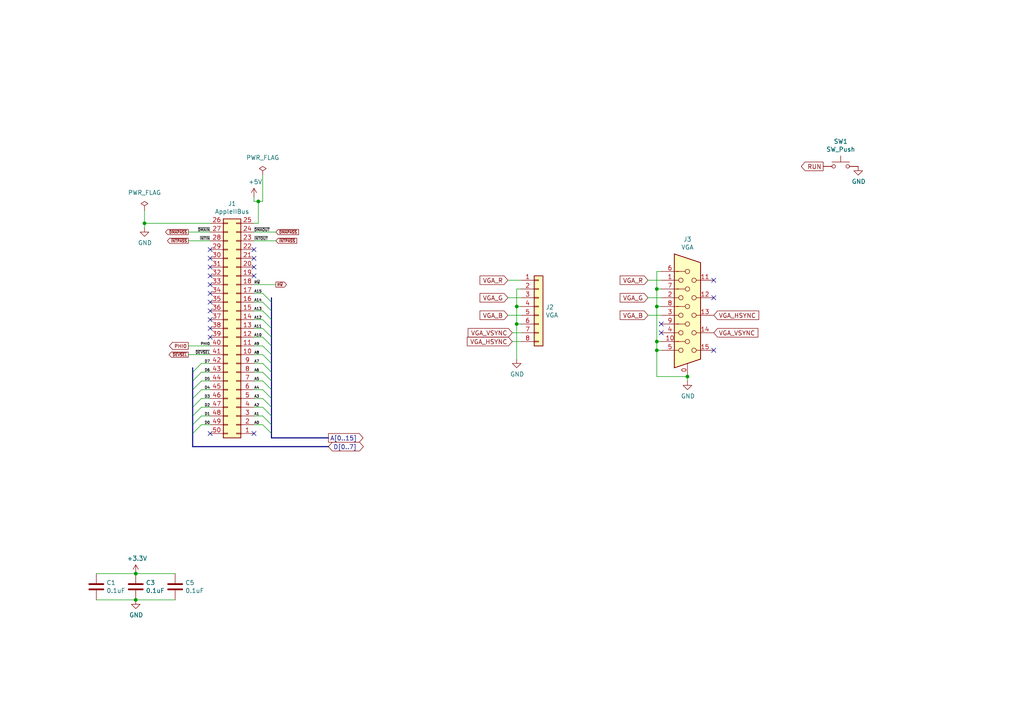
<source format=kicad_sch>
(kicad_sch (version 20211123) (generator eeschema)
  (paper "A4")
  (title_block (title "Apple II VGA Card") (date "2022-09-08") (rev "A") (comment 1 "Licensed under CERN-OHL-P V2.0 (https://ohwr.org/cern_ohl_p_v2.txt)") (comment 2 "Copyright (c) 2021-2022 Mark Aikens"))
  (lib_symbols
    (symbol "Connector:DB15_Female_HighDensity_MountingHoles" (pin_names (offset 1.016) hide)
      (property "Reference" "J" (at 0 21.59 0))
      (property "Value" "DB15_Female_HighDensity_MountingHoles" (at 0 19.05 0))
      (symbol "DB15_Female_HighDensity_MountingHoles_0_1"
        (circle (center -1.905 -10.16) (radius 0.635))
        (circle (center -1.905 -5.08) (radius 0.635))
        (circle (center -1.905 0) (radius 0.635))
        (circle (center -1.905 5.08) (radius 0.635))
        (circle (center -1.905 10.16) (radius 0.635))
        (circle (center 0 -7.62) (radius 0.635))
        (circle (center 0 -2.54) (radius 0.635))
        (polyline (pts (xy -3.175 7.62) (xy -0.635 7.62)))
        (polyline (pts (xy -0.635 -7.62) (xy -3.175 -7.62)))
        (polyline (pts (xy -0.635 -2.54) (xy -3.175 -2.54)))
        (polyline (pts (xy -0.635 2.54) (xy -3.175 2.54)))
        (polyline (pts (xy -0.635 12.7) (xy -3.175 12.7)))
        (polyline (pts (xy -3.81 17.78) (xy -3.81 -15.24) (xy 3.81 -12.7) (xy 3.81 15.24) (xy -3.81 17.78)) (stroke (width 0.254)) (fill (type background)))
        (circle (center 0 2.54) (radius 0.635))
        (circle (center 0 7.62) (radius 0.635))
        (circle (center 0 12.7) (radius 0.635))
        (circle (center 1.905 -10.16) (radius 0.635))
        (circle (center 1.905 -5.08) (radius 0.635))
        (circle (center 1.905 0) (radius 0.635))
        (circle (center 1.905 5.08) (radius 0.635))
        (circle (center 1.905 10.16) (radius 0.635))
      )
      (symbol "DB15_Female_HighDensity_MountingHoles_1_1"
        (pin passive line (at 0 -17.78 90) (length 3.81) (name "~") (number "0"))
        (pin passive line (at -7.62 10.16 0) (length 5.08) (name "~") (number "1"))
        (pin passive line (at -7.62 -7.62 0) (length 5.08) (name "~") (number "10"))
        (pin passive line (at 7.62 10.16 180) (length 5.08) (name "~") (number "11"))
        (pin passive line (at 7.62 5.08 180) (length 5.08) (name "~") (number "12"))
        (pin passive line (at 7.62 0 180) (length 5.08) (name "~") (number "13"))
        (pin passive line (at 7.62 -5.08 180) (length 5.08) (name "~") (number "14"))
        (pin passive line (at 7.62 -10.16 180) (length 5.08) (name "~") (number "15"))
        (pin passive line (at -7.62 5.08 0) (length 5.08) (name "~") (number "2"))
        (pin passive line (at -7.62 0 0) (length 5.08) (name "~") (number "3"))
        (pin passive line (at -7.62 -5.08 0) (length 5.08) (name "~") (number "4"))
        (pin passive line (at -7.62 -10.16 0) (length 5.08) (name "~") (number "5"))
        (pin passive line (at -7.62 12.7 0) (length 5.08) (name "~") (number "6"))
        (pin passive line (at -7.62 7.62 0) (length 5.08) (name "~") (number "7"))
        (pin passive line (at -7.62 2.54 0) (length 5.08) (name "~") (number "8"))
        (pin passive line (at -7.62 -2.54 0) (length 5.08) (name "~") (number "9"))
      )
    )
    (symbol "Connector_Generic:Conn_01x08" (pin_names (offset 1.016) hide)
      (property "Reference" "J" (at 0 10.16 0))
      (property "Value" "Conn_01x08" (at 0 -12.7 0))
      (symbol "Conn_01x08_1_1"
        (rectangle (start -1.27 -10.033) (end 0 -10.287) (stroke (width 0.1524)))
        (rectangle (start -1.27 -7.493) (end 0 -7.747) (stroke (width 0.1524)))
        (rectangle (start -1.27 -4.953) (end 0 -5.207) (stroke (width 0.1524)))
        (rectangle (start -1.27 -2.413) (end 0 -2.667) (stroke (width 0.1524)))
        (rectangle (start -1.27 0.127) (end 0 -0.127) (stroke (width 0.1524)))
        (rectangle (start -1.27 2.667) (end 0 2.413) (stroke (width 0.1524)))
        (rectangle (start -1.27 5.207) (end 0 4.953) (stroke (width 0.1524)))
        (rectangle (start -1.27 7.747) (end 0 7.493) (stroke (width 0.1524)))
        (rectangle (start -1.27 8.89) (end 1.27 -11.43) (stroke (width 0.254)) (fill (type background)))
        (pin passive line (at -5.08 7.62 0) (length 3.81) (name "Pin_1") (number "1"))
        (pin passive line (at -5.08 5.08 0) (length 3.81) (name "Pin_2") (number "2"))
        (pin passive line (at -5.08 2.54 0) (length 3.81) (name "Pin_3") (number "3"))
        (pin passive line (at -5.08 0 0) (length 3.81) (name "Pin_4") (number "4"))
        (pin passive line (at -5.08 -2.54 0) (length 3.81) (name "Pin_5") (number "5"))
        (pin passive line (at -5.08 -5.08 0) (length 3.81) (name "Pin_6") (number "6"))
        (pin passive line (at -5.08 -7.62 0) (length 3.81) (name "Pin_7") (number "7"))
        (pin passive line (at -5.08 -10.16 0) (length 3.81) (name "Pin_8") (number "8"))
      )
    )
    (symbol "Connector_Generic:Conn_02x25_Counter_Clockwise" (pin_names (offset 1.016) hide)
      (property "Reference" "J" (at 1.27 33.02 0))
      (property "Value" "Conn_02x25_Counter_Clockwise" (at 1.27 -33.02 0))
      (symbol "Conn_02x25_Counter_Clockwise_1_1"
        (rectangle (start -1.27 -30.353) (end 0 -30.607) (stroke (width 0.1524)))
        (rectangle (start -1.27 -27.813) (end 0 -28.067) (stroke (width 0.1524)))
        (rectangle (start -1.27 -25.273) (end 0 -25.527) (stroke (width 0.1524)))
        (rectangle (start -1.27 -22.733) (end 0 -22.987) (stroke (width 0.1524)))
        (rectangle (start -1.27 -20.193) (end 0 -20.447) (stroke (width 0.1524)))
        (rectangle (start -1.27 -17.653) (end 0 -17.907) (stroke (width 0.1524)))
        (rectangle (start -1.27 -15.113) (end 0 -15.367) (stroke (width 0.1524)))
        (rectangle (start -1.27 -12.573) (end 0 -12.827) (stroke (width 0.1524)))
        (rectangle (start -1.27 -10.033) (end 0 -10.287) (stroke (width 0.1524)))
        (rectangle (start -1.27 -7.493) (end 0 -7.747) (stroke (width 0.1524)))
        (rectangle (start -1.27 -4.953) (end 0 -5.207) (stroke (width 0.1524)))
        (rectangle (start -1.27 -2.413) (end 0 -2.667) (stroke (width 0.1524)))
        (rectangle (start -1.27 0.127) (end 0 -0.127) (stroke (width 0.1524)))
        (rectangle (start -1.27 2.667) (end 0 2.413) (stroke (width 0.1524)))
        (rectangle (start -1.27 5.207) (end 0 4.953) (stroke (width 0.1524)))
        (rectangle (start -1.27 7.747) (end 0 7.493) (stroke (width 0.1524)))
        (rectangle (start -1.27 10.287) (end 0 10.033) (stroke (width 0.1524)))
        (rectangle (start -1.27 12.827) (end 0 12.573) (stroke (width 0.1524)))
        (rectangle (start -1.27 15.367) (end 0 15.113) (stroke (width 0.1524)))
        (rectangle (start -1.27 17.907) (end 0 17.653) (stroke (width 0.1524)))
        (rectangle (start -1.27 20.447) (end 0 20.193) (stroke (width 0.1524)))
        (rectangle (start -1.27 22.987) (end 0 22.733) (stroke (width 0.1524)))
        (rectangle (start -1.27 25.527) (end 0 25.273) (stroke (width 0.1524)))
        (rectangle (start -1.27 28.067) (end 0 27.813) (stroke (width 0.1524)))
        (rectangle (start -1.27 30.607) (end 0 30.353) (stroke (width 0.1524)))
        (rectangle (start -1.27 31.75) (end 3.81 -31.75) (stroke (width 0.254)) (fill (type background)))
        (rectangle (start 3.81 -30.353) (end 2.54 -30.607) (stroke (width 0.1524)))
        (rectangle (start 3.81 -27.813) (end 2.54 -28.067) (stroke (width 0.1524)))
        (rectangle (start 3.81 -25.273) (end 2.54 -25.527) (stroke (width 0.1524)))
        (rectangle (start 3.81 -22.733) (end 2.54 -22.987) (stroke (width 0.1524)))
        (rectangle (start 3.81 -20.193) (end 2.54 -20.447) (stroke (width 0.1524)))
        (rectangle (start 3.81 -17.653) (end 2.54 -17.907) (stroke (width 0.1524)))
        (rectangle (start 3.81 -15.113) (end 2.54 -15.367) (stroke (width 0.1524)))
        (rectangle (start 3.81 -12.573) (end 2.54 -12.827) (stroke (width 0.1524)))
        (rectangle (start 3.81 -10.033) (end 2.54 -10.287) (stroke (width 0.1524)))
        (rectangle (start 3.81 -7.493) (end 2.54 -7.747) (stroke (width 0.1524)))
        (rectangle (start 3.81 -4.953) (end 2.54 -5.207) (stroke (width 0.1524)))
        (rectangle (start 3.81 -2.413) (end 2.54 -2.667) (stroke (width 0.1524)))
        (rectangle (start 3.81 0.127) (end 2.54 -0.127) (stroke (width 0.1524)))
        (rectangle (start 3.81 2.667) (end 2.54 2.413) (stroke (width 0.1524)))
        (rectangle (start 3.81 5.207) (end 2.54 4.953) (stroke (width 0.1524)))
        (rectangle (start 3.81 7.747) (end 2.54 7.493) (stroke (width 0.1524)))
        (rectangle (start 3.81 10.287) (end 2.54 10.033) (stroke (width 0.1524)))
        (rectangle (start 3.81 12.827) (end 2.54 12.573) (stroke (width 0.1524)))
        (rectangle (start 3.81 15.367) (end 2.54 15.113) (stroke (width 0.1524)))
        (rectangle (start 3.81 17.907) (end 2.54 17.653) (stroke (width 0.1524)))
        (rectangle (start 3.81 20.447) (end 2.54 20.193) (stroke (width 0.1524)))
        (rectangle (start 3.81 22.987) (end 2.54 22.733) (stroke (width 0.1524)))
        (rectangle (start 3.81 25.527) (end 2.54 25.273) (stroke (width 0.1524)))
        (rectangle (start 3.81 28.067) (end 2.54 27.813) (stroke (width 0.1524)))
        (rectangle (start 3.81 30.607) (end 2.54 30.353) (stroke (width 0.1524)))
        (pin passive line (at -5.08 30.48 0) (length 3.81) (name "Pin_1") (number "1"))
        (pin passive line (at -5.08 7.62 0) (length 3.81) (name "Pin_10") (number "10"))
        (pin passive line (at -5.08 5.08 0) (length 3.81) (name "Pin_11") (number "11"))
        (pin passive line (at -5.08 2.54 0) (length 3.81) (name "Pin_12") (number "12"))
        (pin passive line (at -5.08 0 0) (length 3.81) (name "Pin_13") (number "13"))
        (pin passive line (at -5.08 -2.54 0) (length 3.81) (name "Pin_14") (number "14"))
        (pin passive line (at -5.08 -5.08 0) (length 3.81) (name "Pin_15") (number "15"))
        (pin passive line (at -5.08 -7.62 0) (length 3.81) (name "Pin_16") (number "16"))
        (pin passive line (at -5.08 -10.16 0) (length 3.81) (name "Pin_17") (number "17"))
        (pin passive line (at -5.08 -12.7 0) (length 3.81) (name "Pin_18") (number "18"))
        (pin passive line (at -5.08 -15.24 0) (length 3.81) (name "Pin_19") (number "19"))
        (pin passive line (at -5.08 27.94 0) (length 3.81) (name "Pin_2") (number "2"))
        (pin passive line (at -5.08 -17.78 0) (length 3.81) (name "Pin_20") (number "20"))
        (pin passive line (at -5.08 -20.32 0) (length 3.81) (name "Pin_21") (number "21"))
        (pin passive line (at -5.08 -22.86 0) (length 3.81) (name "Pin_22") (number "22"))
        (pin passive line (at -5.08 -25.4 0) (length 3.81) (name "Pin_23") (number "23"))
        (pin passive line (at -5.08 -27.94 0) (length 3.81) (name "Pin_24") (number "24"))
        (pin passive line (at -5.08 -30.48 0) (length 3.81) (name "Pin_25") (number "25"))
        (pin passive line (at 7.62 -30.48 180) (length 3.81) (name "Pin_26") (number "26"))
        (pin passive line (at 7.62 -27.94 180) (length 3.81) (name "Pin_27") (number "27"))
        (pin passive line (at 7.62 -25.4 180) (length 3.81) (name "Pin_28") (number "28"))
        (pin passive line (at 7.62 -22.86 180) (length 3.81) (name "Pin_29") (number "29"))
        (pin passive line (at -5.08 25.4 0) (length 3.81) (name "Pin_3") (number "3"))
        (pin passive line (at 7.62 -20.32 180) (length 3.81) (name "Pin_30") (number "30"))
        (pin passive line (at 7.62 -17.78 180) (length 3.81) (name "Pin_31") (number "31"))
        (pin passive line (at 7.62 -15.24 180) (length 3.81) (name "Pin_32") (number "32"))
        (pin passive line (at 7.62 -12.7 180) (length 3.81) (name "Pin_33") (number "33"))
        (pin passive line (at 7.62 -10.16 180) (length 3.81) (name "Pin_34") (number "34"))
        (pin passive line (at 7.62 -7.62 180) (length 3.81) (name "Pin_35") (number "35"))
        (pin passive line (at 7.62 -5.08 180) (length 3.81) (name "Pin_36") (number "36"))
        (pin passive line (at 7.62 -2.54 180) (length 3.81) (name "Pin_37") (number "37"))
        (pin passive line (at 7.62 0 180) (length 3.81) (name "Pin_38") (number "38"))
        (pin passive line (at 7.62 2.54 180) (length 3.81) (name "Pin_39") (number "39"))
        (pin passive line (at -5.08 22.86 0) (length 3.81) (name "Pin_4") (number "4"))
        (pin passive line (at 7.62 5.08 180) (length 3.81) (name "Pin_40") (number "40"))
        (pin passive line (at 7.62 7.62 180) (length 3.81) (name "Pin_41") (number "41"))
        (pin passive line (at 7.62 10.16 180) (length 3.81) (name "Pin_42") (number "42"))
        (pin passive line (at 7.62 12.7 180) (length 3.81) (name "Pin_43") (number "43"))
        (pin passive line (at 7.62 15.24 180) (length 3.81) (name "Pin_44") (number "44"))
        (pin passive line (at 7.62 17.78 180) (length 3.81) (name "Pin_45") (number "45"))
        (pin passive line (at 7.62 20.32 180) (length 3.81) (name "Pin_46") (number "46"))
        (pin passive line (at 7.62 22.86 180) (length 3.81) (name "Pin_47") (number "47"))
        (pin passive line (at 7.62 25.4 180) (length 3.81) (name "Pin_48") (number "48"))
        (pin passive line (at 7.62 27.94 180) (length 3.81) (name "Pin_49") (number "49"))
        (pin passive line (at -5.08 20.32 0) (length 3.81) (name "Pin_5") (number "5"))
        (pin passive line (at 7.62 30.48 180) (length 3.81) (name "Pin_50") (number "50"))
        (pin passive line (at -5.08 17.78 0) (length 3.81) (name "Pin_6") (number "6"))
        (pin passive line (at -5.08 15.24 0) (length 3.81) (name "Pin_7") (number "7"))
        (pin passive line (at -5.08 12.7 0) (length 3.81) (name "Pin_8") (number "8"))
        (pin passive line (at -5.08 10.16 0) (length 3.81) (name "Pin_9") (number "9"))
      )
    )
    (symbol "Device:C" (pin_numbers hide) (pin_names (offset 0.254))
      (property "Reference" "C" (at 0.635 2.54 0))
      (property "Value" "C" (at 0.635 -2.54 0))
      (symbol "C_0_1"
        (polyline (pts (xy -2.032 -0.762) (xy 2.032 -0.762)) (stroke (width 0.508)))
        (polyline (pts (xy -2.032 0.762) (xy 2.032 0.762)) (stroke (width 0.508)))
      )
      (symbol "C_1_1"
        (pin passive line (at 0 3.81 270) (length 2.794) (name "~") (number "1"))
        (pin passive line (at 0 -3.81 90) (length 2.794) (name "~") (number "2"))
      )
    )
    (symbol "Switch:SW_Push" (pin_numbers hide) (pin_names (offset 1.016) hide)
      (property "Reference" "SW" (at 1.27 2.54 0))
      (property "Value" "SW_Push" (at 0 -1.524 0))
      (symbol "SW_Push_0_1"
        (circle (center -2.032 0) (radius 0.508))
        (polyline (pts (xy 0 1.27) (xy 0 3.048)))
        (polyline (pts (xy 2.54 1.27) (xy -2.54 1.27)))
        (circle (center 2.032 0) (radius 0.508))
        (pin passive line (at -5.08 0 0) (length 2.54) (name "1") (number "1"))
        (pin passive line (at 5.08 0 180) (length 2.54) (name "2") (number "2"))
      )
    )
    (symbol "power:+3.3V" (power) (pin_names (offset 0))
      (property "Value" "+3.3V" (at 0 3.556 0))
      (symbol "+3.3V_0_1"
        (polyline (pts (xy -0.762 1.27) (xy 0 2.54)))
        (polyline (pts (xy 0 0) (xy 0 2.54)))
        (polyline (pts (xy 0 2.54) (xy 0.762 1.27)))
      )
      (symbol "+3.3V_1_1"
        (pin power_in line (at 0 0 90) (length 0) hide (name "+3.3V") (number "1"))
      )
    )
    (symbol "power:+5V" (power) (pin_names (offset 0))
      (property "Value" "+5V" (at 0 3.556 0))
      (symbol "+5V_0_1"
        (polyline (pts (xy -0.762 1.27) (xy 0 2.54)))
        (polyline (pts (xy 0 0) (xy 0 2.54)))
        (polyline (pts (xy 0 2.54) (xy 0.762 1.27)))
      )
      (symbol "+5V_1_1"
        (pin power_in line (at 0 0 90) (length 0) hide (name "+5V") (number "1"))
      )
    )
    (symbol "power:GND" (power) (pin_names (offset 0))
      (property "Value" "GND" (at 0 -3.81 0))
      (symbol "GND_0_1"
        (polyline (pts (xy 0 0) (xy 0 -1.27) (xy 1.27 -1.27) (xy 0 -2.54) (xy -1.27 -1.27) (xy 0 -1.27)))
      )
      (symbol "GND_1_1"
        (pin power_in line (at 0 0 270) (length 0) hide (name "GND") (number "1"))
      )
    )
    (symbol "power:PWR_FLAG" (power) (pin_numbers hide) (pin_names (offset 0) hide)
      (property "Value" "PWR_FLAG" (at 0 3.81 0))
      (symbol "PWR_FLAG_0_0"
        (pin power_out line (at 0 0 90) (length 0) (name "pwr") (number "1"))
      )
      (symbol "PWR_FLAG_0_1"
        (polyline (pts (xy 0 0) (xy 0 1.27) (xy -1.016 1.905) (xy 0 2.54) (xy 1.016 1.905) (xy 0 1.27)))
      )
    )
  )
  (junction (at 149.86 93.98))
  (junction (at 149.86 88.9))
  (junction (at 190.5 88.9))
  (junction (at 199.39 109.22))
  (junction (at 190.5 83.82))
  (junction (at 41.91 64.77))
  (junction (at 190.5 101.6))
  (junction (at 39.37 166.37))
  (junction (at 74.93 58.42))
  (junction (at 190.5 99.06))
  (junction (at 39.37 173.99))
  (no_connect (at 60.96 77.47))
  (no_connect (at 60.96 95.25))
  (no_connect (at 60.96 90.17))
  (no_connect (at 60.96 87.63))
  (no_connect (at 73.66 77.47))
  (no_connect (at 73.66 80.01))
  (no_connect (at 73.66 74.93))
  (no_connect (at 73.66 72.39))
  (no_connect (at 60.96 74.93))
  (no_connect (at 60.96 72.39))
  (no_connect (at 60.96 125.73))
  (no_connect (at 207.01 86.36))
  (no_connect (at 191.77 93.98))
  (no_connect (at 60.96 80.01))
  (no_connect (at 60.96 82.55))
  (no_connect (at 207.01 81.28))
  (no_connect (at 60.96 97.79))
  (no_connect (at 191.77 96.52))
  (no_connect (at 207.01 101.6))
  (no_connect (at 60.96 92.71))
  (no_connect (at 60.96 85.09))
  (no_connect (at 73.66 125.73))
  (bus_entry (at 76.2 113.03) (size 2.54 2.54))
  (bus_entry (at 76.2 105.41) (size 2.54 2.54))
  (bus_entry (at 76.2 85.09) (size 2.54 2.54))
  (bus_entry (at 76.2 90.17) (size 2.54 2.54))
  (bus_entry (at 55.88 115.57) (size 2.54 -2.54))
  (bus_entry (at 76.2 115.57) (size 2.54 2.54))
  (bus_entry (at 55.88 125.73) (size 2.54 -2.54))
  (bus_entry (at 76.2 100.33) (size 2.54 2.54))
  (bus_entry (at 76.2 87.63) (size 2.54 2.54))
  (bus_entry (at 76.2 118.11) (size 2.54 2.54))
  (bus_entry (at 76.2 92.71) (size 2.54 2.54))
  (bus_entry (at 76.2 95.25) (size 2.54 2.54))
  (bus_entry (at 76.2 120.65) (size 2.54 2.54))
  (bus_entry (at 55.88 120.65) (size 2.54 -2.54))
  (bus_entry (at 76.2 123.19) (size 2.54 2.54))
  (bus_entry (at 55.88 123.19) (size 2.54 -2.54))
  (bus_entry (at 76.2 102.87) (size 2.54 2.54))
  (bus_entry (at 55.88 113.03) (size 2.54 -2.54))
  (bus_entry (at 76.2 97.79) (size 2.54 2.54))
  (bus_entry (at 55.88 118.11) (size 2.54 -2.54))
  (bus_entry (at 76.2 107.95) (size 2.54 2.54))
  (bus_entry (at 55.88 107.95) (size 2.54 -2.54))
  (bus_entry (at 55.88 110.49) (size 2.54 -2.54))
  (bus_entry (at 76.2 110.49) (size 2.54 2.54))
  (wire (pts (xy 54.61 102.87) (xy 60.96 102.87)))
  (wire (pts (xy 190.5 99.06) (xy 191.77 99.06)))
  (bus (pts (xy 78.74 105.41) (xy 78.74 107.95)))
  (wire (pts (xy 76.2 95.25) (xy 73.66 95.25)))
  (wire (pts (xy 73.66 64.77) (xy 74.93 64.77)))
  (wire (pts (xy 73.66 69.85) (xy 80.01 69.85)))
  (wire (pts (xy 58.42 115.57) (xy 60.96 115.57)))
  (wire (pts (xy 191.77 78.74) (xy 190.5 78.74)))
  (bus (pts (xy 78.74 95.25) (xy 78.74 97.79)))
  (wire (pts (xy 149.86 88.9) (xy 149.86 93.98)))
  (bus (pts (xy 55.88 123.19) (xy 55.88 125.73)))
  (bus (pts (xy 78.74 123.19) (xy 78.74 125.73)))
  (bus (pts (xy 55.88 110.49) (xy 55.88 113.03)))
  (wire (pts (xy 190.5 88.9) (xy 191.77 88.9)))
  (wire (pts (xy 76.2 85.09) (xy 73.66 85.09)))
  (wire (pts (xy 73.66 58.42) (xy 73.66 57.15)))
  (bus (pts (xy 78.74 107.95) (xy 78.74 110.49)))
  (bus (pts (xy 78.74 125.73) (xy 78.74 127)))
  (wire (pts (xy 190.5 78.74) (xy 190.5 83.82)))
  (wire (pts (xy 199.39 109.22) (xy 190.5 109.22)))
  (bus (pts (xy 78.74 127) (xy 95.25 127)))
  (wire (pts (xy 39.37 166.37) (xy 50.8 166.37)))
  (wire (pts (xy 199.39 109.22) (xy 199.39 110.49)))
  (wire (pts (xy 149.86 88.9) (xy 151.13 88.9)))
  (wire (pts (xy 151.13 91.44) (xy 147.32 91.44)))
  (bus (pts (xy 55.88 129.54) (xy 95.25 129.54)))
  (bus (pts (xy 78.74 115.57) (xy 78.74 118.11)))
  (wire (pts (xy 149.86 93.98) (xy 149.86 104.14)))
  (wire (pts (xy 41.91 64.77) (xy 60.96 64.77)))
  (wire (pts (xy 76.2 107.95) (xy 73.66 107.95)))
  (wire (pts (xy 149.86 93.98) (xy 151.13 93.98)))
  (wire (pts (xy 76.2 92.71) (xy 73.66 92.71)))
  (bus (pts (xy 55.88 107.95) (xy 55.88 110.49)))
  (wire (pts (xy 74.93 64.77) (xy 74.93 58.42)))
  (wire (pts (xy 190.5 83.82) (xy 191.77 83.82)))
  (bus (pts (xy 78.74 97.79) (xy 78.74 100.33)))
  (bus (pts (xy 78.74 110.49) (xy 78.74 113.03)))
  (wire (pts (xy 41.91 66.04) (xy 41.91 64.77)))
  (wire (pts (xy 190.5 109.22) (xy 190.5 101.6)))
  (wire (pts (xy 76.2 90.17) (xy 73.66 90.17)))
  (wire (pts (xy 58.42 107.95) (xy 60.96 107.95)))
  (wire (pts (xy 60.96 67.31) (xy 54.61 67.31)))
  (wire (pts (xy 39.37 173.99) (xy 27.94 173.99)))
  (wire (pts (xy 58.42 110.49) (xy 60.96 110.49)))
  (wire (pts (xy 50.8 173.99) (xy 39.37 173.99)))
  (bus (pts (xy 55.88 106.68) (xy 55.88 107.95)))
  (wire (pts (xy 76.2 118.11) (xy 73.66 118.11)))
  (wire (pts (xy 80.01 82.55) (xy 73.66 82.55)))
  (wire (pts (xy 151.13 99.06) (xy 148.59 99.06)))
  (bus (pts (xy 78.74 86.36) (xy 78.74 87.63)))
  (bus (pts (xy 78.74 118.11) (xy 78.74 120.65)))
  (wire (pts (xy 76.2 87.63) (xy 73.66 87.63)))
  (wire (pts (xy 76.2 120.65) (xy 73.66 120.65)))
  (bus (pts (xy 78.74 92.71) (xy 78.74 95.25)))
  (wire (pts (xy 151.13 81.28) (xy 147.32 81.28)))
  (wire (pts (xy 151.13 96.52) (xy 148.59 96.52)))
  (bus (pts (xy 78.74 87.63) (xy 78.74 90.17)))
  (wire (pts (xy 54.61 69.85) (xy 60.96 69.85)))
  (wire (pts (xy 60.96 100.33) (xy 54.61 100.33)))
  (wire (pts (xy 190.5 99.06) (xy 190.5 101.6)))
  (wire (pts (xy 76.2 113.03) (xy 73.66 113.03)))
  (bus (pts (xy 78.74 102.87) (xy 78.74 105.41)))
  (wire (pts (xy 58.42 105.41) (xy 60.96 105.41)))
  (wire (pts (xy 76.2 50.8) (xy 76.2 58.42)))
  (wire (pts (xy 58.42 120.65) (xy 60.96 120.65)))
  (wire (pts (xy 151.13 86.36) (xy 147.32 86.36)))
  (wire (pts (xy 74.93 58.42) (xy 73.66 58.42)))
  (wire (pts (xy 190.5 83.82) (xy 190.5 88.9)))
  (wire (pts (xy 58.42 113.03) (xy 60.96 113.03)))
  (bus (pts (xy 78.74 120.65) (xy 78.74 123.19)))
  (wire (pts (xy 191.77 81.28) (xy 187.96 81.28)))
  (wire (pts (xy 149.86 83.82) (xy 149.86 88.9)))
  (wire (pts (xy 27.94 166.37) (xy 39.37 166.37)))
  (bus (pts (xy 78.74 90.17) (xy 78.74 92.71)))
  (wire (pts (xy 76.2 97.79) (xy 73.66 97.79)))
  (wire (pts (xy 190.5 101.6) (xy 191.77 101.6)))
  (bus (pts (xy 55.88 118.11) (xy 55.88 120.65)))
  (wire (pts (xy 41.91 60.96) (xy 41.91 64.77)))
  (wire (pts (xy 191.77 91.44) (xy 187.96 91.44)))
  (bus (pts (xy 55.88 115.57) (xy 55.88 118.11)))
  (wire (pts (xy 58.42 123.19) (xy 60.96 123.19)))
  (bus (pts (xy 55.88 113.03) (xy 55.88 115.57)))
  (wire (pts (xy 73.66 67.31) (xy 80.01 67.31)))
  (wire (pts (xy 76.2 123.19) (xy 73.66 123.19)))
  (wire (pts (xy 74.93 58.42) (xy 76.2 58.42)))
  (wire (pts (xy 151.13 83.82) (xy 149.86 83.82)))
  (wire (pts (xy 76.2 105.41) (xy 73.66 105.41)))
  (wire (pts (xy 76.2 100.33) (xy 73.66 100.33)))
  (wire (pts (xy 191.77 86.36) (xy 187.96 86.36)))
  (bus (pts (xy 55.88 125.73) (xy 55.88 129.54)))
  (bus (pts (xy 78.74 100.33) (xy 78.74 102.87)))
  (wire (pts (xy 190.5 88.9) (xy 190.5 99.06)))
  (bus (pts (xy 55.88 120.65) (xy 55.88 123.19)))
  (bus (pts (xy 78.74 113.03) (xy 78.74 115.57)))
  (wire (pts (xy 58.42 118.11) (xy 60.96 118.11)))
  (wire (pts (xy 76.2 110.49) (xy 73.66 110.49)))
  (wire (pts (xy 76.2 102.87) (xy 73.66 102.87)))
  (wire (pts (xy 76.2 115.57) (xy 73.66 115.57)))
  (label "D7" (at 60.96 105.41 180) (effects (font (size 0.762 0.762))))
  (label "PHI0" (at 60.96 100.33 180) (effects (font (size 0.762 0.762))))
  (label "D0" (at 60.96 123.19 180) (effects (font (size 0.762 0.762))))
  (label "~{DMAOUT}" (at 73.66 67.31 0) (effects (font (size 0.762 0.762))))
  (label "D2" (at 60.96 118.11 180) (effects (font (size 0.762 0.762))))
  (label "A12" (at 73.66 92.71 0) (effects (font (size 0.762 0.762))))
  (label "A9" (at 73.66 100.33 0) (effects (font (size 0.762 0.762))))
  (label "D4" (at 60.96 113.03 180) (effects (font (size 0.762 0.762))))
  (label "A0" (at 73.66 123.19 0) (effects (font (size 0.762 0.762))))
  (label "A4" (at 73.66 113.03 0) (effects (font (size 0.762 0.762))))
  (label "R~{W}" (at 73.66 82.55 0) (effects (font (size 0.762 0.762))))
  (label "A3" (at 73.66 115.57 0) (effects (font (size 0.762 0.762))))
  (label "~{DMAIN}" (at 60.96 67.31 180) (effects (font (size 0.762 0.762))))
  (label "A15" (at 73.66 85.09 0) (effects (font (size 0.762 0.762))))
  (label "A11" (at 73.66 95.25 0) (effects (font (size 0.762 0.762))))
  (label "A5" (at 73.66 110.49 0) (effects (font (size 0.762 0.762))))
  (label "D3" (at 60.96 115.57 180) (effects (font (size 0.762 0.762))))
  (label "A7" (at 73.66 105.41 0) (effects (font (size 0.762 0.762))))
  (label "A14" (at 73.66 87.63 0) (effects (font (size 0.762 0.762))))
  (label "A13" (at 73.66 90.17 0) (effects (font (size 0.762 0.762))))
  (label "A2" (at 73.66 118.11 0) (effects (font (size 0.762 0.762))))
  (label "D1" (at 60.96 120.65 180) (effects (font (size 0.762 0.762))))
  (label "A1" (at 73.66 120.65 0) (effects (font (size 0.762 0.762))))
  (label "D6" (at 60.96 107.95 180) (effects (font (size 0.762 0.762))))
  (label "~{INTIN}" (at 60.96 69.85 180) (effects (font (size 0.762 0.762))))
  (label "A10" (at 73.66 97.79 0) (effects (font (size 0.762 0.762))))
  (label "~{INTOUT}" (at 73.66 69.85 0) (effects (font (size 0.762 0.762))))
  (label "A8" (at 73.66 102.87 0) (effects (font (size 0.762 0.762))))
  (label "~{DEVSEL}" (at 60.96 102.87 180) (effects (font (size 0.762 0.762))))
  (label "A6" (at 73.66 107.95 0) (effects (font (size 0.762 0.762))))
  (label "D5" (at 60.96 110.49 180) (effects (font (size 0.762 0.762))))
  (global_label "~{DMAPASS}" (shape input) (at 80.01 67.31 0) (effects (font (size 0.762 0.762))) (property "Intersheet References" "${INTERSHEET_REFS}" (effects hide)))
  (global_label "D[0..7]" (shape bidirectional) (at 95.25 129.54 0) (property "Intersheet References" "${INTERSHEET_REFS}" (effects hide)))
  (global_label "PHI0" (shape output) (at 54.61 100.33 180) (effects (font (size 1.016 1.016))) (property "Intersheet References" "${INTERSHEET_REFS}" (effects hide)))
  (global_label "R~{W}" (shape output) (at 80.01 82.55 0) (effects (font (size 0.762 0.762))) (property "Intersheet References" "${INTERSHEET_REFS}" (effects hide)))
  (global_label "~{INTPASS}" (shape output) (at 54.61 69.85 180) (effects (font (size 0.762 0.762))) (property "Intersheet References" "${INTERSHEET_REFS}" (effects hide)))
  (global_label "VGA_G" (shape input) (at 147.32 86.36 180) (property "Intersheet References" "${INTERSHEET_REFS}" (effects hide)))
  (global_label "~{INTPASS}" (shape input) (at 80.01 69.85 0) (effects (font (size 0.762 0.762))) (property "Intersheet References" "${INTERSHEET_REFS}" (effects hide)))
  (global_label "A[0..15]" (shape output) (at 95.25 127 0) (property "Intersheet References" "${INTERSHEET_REFS}" (effects hide)))
  (global_label "VGA_VSYNC" (shape input) (at 207.01 96.52 0) (property "Intersheet References" "${INTERSHEET_REFS}" (effects hide)))
  (global_label "VGA_R" (shape input) (at 147.32 81.28 180) (property "Intersheet References" "${INTERSHEET_REFS}" (effects hide)))
  (global_label "VGA_B" (shape input) (at 147.32 91.44 180) (property "Intersheet References" "${INTERSHEET_REFS}" (effects hide)))
  (global_label "VGA_HSYNC" (shape input) (at 148.59 99.06 180) (property "Intersheet References" "${INTERSHEET_REFS}" (effects hide)))
  (global_label "VGA_VSYNC" (shape input) (at 148.59 96.52 180) (property "Intersheet References" "${INTERSHEET_REFS}" (effects hide)))
  (global_label "VGA_B" (shape input) (at 187.96 91.44 180) (property "Intersheet References" "${INTERSHEET_REFS}" (effects hide)))
  (global_label "~{DEVSEL}" (shape output) (at 54.61 102.87 180) (effects (font (size 0.762 0.762))) (property "Intersheet References" "${INTERSHEET_REFS}" (effects hide)))
  (global_label "VGA_HSYNC" (shape input) (at 207.01 91.44 0) (property "Intersheet References" "${INTERSHEET_REFS}" (effects hide)))
  (global_label "VGA_R" (shape input) (at 187.96 81.28 180) (property "Intersheet References" "${INTERSHEET_REFS}" (effects hide)))
  (global_label "~{DMAPASS}" (shape output) (at 54.61 67.31 180) (effects (font (size 0.762 0.762))) (property "Intersheet References" "${INTERSHEET_REFS}" (effects hide)))
  (global_label "RUN" (shape output) (at 238.76 48.26 180) (property "Intersheet References" "${INTERSHEET_REFS}" (effects hide)))
  (global_label "VGA_G" (shape input) (at 187.96 86.36 180) (property "Intersheet References" "${INTERSHEET_REFS}" (effects hide)))
  (symbol (lib_id "Device:C") (at 27.94 170.18 0) (unit 1)
    (property "Reference" "C1" (at 30.861 169.0116 0) (effects (justify left)))
    (property "Value" "0.1uF" (at 30.861 171.323 0) (effects (justify left)))
    (property "Footprint" "Capacitor_THT:C_Disc_D4.3mm_W1.9mm_P5.00mm" (effects hide))
  )
  (symbol (lib_id "Device:C") (at 39.37 170.18 0) (unit 1)
    (property "Reference" "C3" (at 42.291 169.0116 0) (effects (justify left)))
    (property "Value" "0.1uF" (at 42.291 171.323 0) (effects (justify left)))
    (property "Footprint" "Capacitor_THT:C_Disc_D4.3mm_W1.9mm_P5.00mm" (effects hide))
  )
  (symbol (lib_id "Device:C") (at 50.8 170.18 0) (unit 1)
    (property "Reference" "C5" (at 53.721 169.0116 0) (effects (justify left)))
    (property "Value" "0.1uF" (at 53.721 171.323 0) (effects (justify left)))
    (property "Footprint" "Capacitor_THT:C_Disc_D4.3mm_W1.9mm_P5.00mm" (effects hide))
  )
  (symbol (lib_id "power:+3.3V") (at 39.37 166.37 0) (unit 1)
    (property "Reference" "#PWR0115" (effects hide))
    (property "Value" "+3.3V" (at 39.751 161.9758 0))
  )
  (symbol (lib_id "power:GND") (at 39.37 173.99 0) (unit 1)
    (property "Reference" "#PWR0116" (effects hide))
    (property "Value" "GND" (at 39.497 178.3842 0))
  )
  (symbol (lib_id "Switch:SW_Push") (at 243.84 48.26 0) (unit 1)
    (property "Reference" "SW1" (at 243.84 41.021 0))
    (property "Value" "SW_Push" (at 243.84 43.3324 0))
    (property "Footprint" "Button_Switch_THT:SW_PUSH_6mm_H5mm" (effects hide))
  )
  (symbol (lib_id "power:GND") (at 248.92 48.26 0) (unit 1)
    (property "Reference" "#PWR0118" (effects hide))
    (property "Value" "GND" (at 249.047 52.6542 0))
  )
  (symbol (lib_id "Connector_Generic:Conn_01x08") (at 156.21 88.9 0) (unit 1)
    (property "Reference" "J2" (at 158.242 89.1032 0) (effects (justify left)))
    (property "Value" "VGA" (at 158.242 91.4146 0) (effects (justify left)))
    (property "Footprint" "Connector_PinHeader_2.54mm:PinHeader_1x08_P2.54mm_Vertical" (effects hide))
  )
  (symbol (lib_id "power:GND") (at 149.86 104.14 0) (unit 1)
    (property "Reference" "#PWR0113" (effects hide))
    (property "Value" "GND" (at 149.987 108.5342 0))
  )
  (symbol (lib_id "power:GND") (at 199.39 110.49 0) (unit 1)
    (property "Reference" "#PWR0114" (effects hide))
    (property "Value" "GND" (at 199.517 114.8842 0))
  )
  (symbol (lib_id "Connector:DB15_Female_HighDensity_MountingHoles") (at 199.39 91.44 0) (unit 1)
    (property "Reference" "J3" (at 199.39 69.4182 0))
    (property "Value" "VGA" (at 199.39 71.7296 0))
    (property "Footprint" "Connector_Dsub:DSUB-15-HD_Female_Horizontal_P2.29x1.98mm_EdgePinOffset3.03mm_Housed_MountingHolesOffset4.94mm" (effects hide))
    (property "Datasheet" " ~" (effects hide))
  )
  (symbol (lib_id "Connector_Generic:Conn_02x25_Counter_Clockwise") (at 68.58 95.25 180) (unit 1)
    (property "Reference" "J1" (at 67.31 59.055 0))
    (property "Value" "AppleIIBus" (at 67.31 61.3664 0))
    (property "Footprint" "AppleVGA:AppleIIBus_Edge" (effects hide))
  )
  (symbol (lib_id "power:GND") (at 41.91 66.04 0) (unit 1)
    (property "Reference" "#PWR0120" (effects hide))
    (property "Value" "GND" (at 42.037 70.4342 0))
  )
  (symbol (lib_id "power:+5V") (at 73.66 57.15 0) (unit 1)
    (property "Reference" "#PWR0121" (effects hide))
    (property "Value" "+5V" (at 74.041 52.7558 0))
  )
  (symbol (lib_id "power:PWR_FLAG") (at 76.2 50.8 0) (unit 1)
    (property "Reference" "#FLG02" (effects hide))
    (property "Value" "PWR_FLAG" (at 76.2 45.72 0))
  )
  (symbol (lib_id "power:PWR_FLAG") (at 41.91 60.96 0) (unit 1)
    (property "Reference" "#FLG01" (effects hide))
    (property "Value" "PWR_FLAG" (at 41.91 55.88 0))
  )
)
</source>
